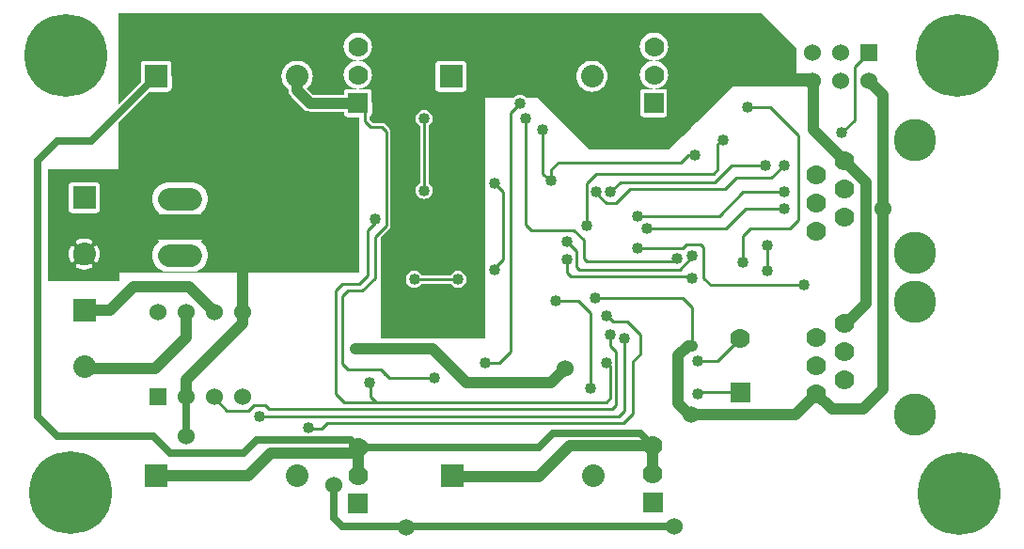
<source format=gbr>
G04 start of page 3 for group 1 idx 1 *
G04 Title: (unknown), solder *
G04 Creator: pcb 20110918 *
G04 CreationDate: Thu 28 Mar 2013 10:57:24 PM GMT UTC *
G04 For: railfan *
G04 Format: Gerber/RS-274X *
G04 PCB-Dimensions: 350000 190000 *
G04 PCB-Coordinate-Origin: lower left *
%MOIN*%
%FSLAX25Y25*%
%LNBOTTOM*%
%ADD56C,0.0450*%
%ADD55C,0.0380*%
%ADD54C,0.1280*%
%ADD53C,0.0300*%
%ADD52C,0.1285*%
%ADD51C,0.0390*%
%ADD50C,0.0280*%
%ADD49C,0.0480*%
%ADD48C,0.0350*%
%ADD47C,0.0200*%
%ADD46C,0.0787*%
%ADD45C,0.1500*%
%ADD44C,0.2937*%
%ADD43C,0.0700*%
%ADD42C,0.0600*%
%ADD41C,0.0800*%
%ADD40C,0.0250*%
%ADD39C,0.0100*%
%ADD38C,0.0400*%
%ADD37C,0.0001*%
G54D37*G36*
X128000Y187500D02*X147000D01*
Y179500D01*
X128000D01*
Y187500D01*
G37*
G36*
X236000Y160500D02*X234284D01*
Y179869D01*
X234287Y179870D01*
X234355Y179909D01*
X234416Y179958D01*
X234469Y180017D01*
X234511Y180083D01*
X234674Y180408D01*
X234803Y180748D01*
X234901Y181098D01*
X234967Y181456D01*
X235000Y181818D01*
Y182182D01*
X234967Y182544D01*
X234901Y182902D01*
X234803Y183252D01*
X234674Y183592D01*
X234515Y183919D01*
X234472Y183985D01*
X234419Y184044D01*
X234357Y184094D01*
X234288Y184133D01*
X234284Y184135D01*
Y187500D01*
X236000D01*
Y160500D01*
G37*
G36*
X234284D02*X230998D01*
Y178000D01*
X231182D01*
X231544Y178033D01*
X231902Y178099D01*
X232252Y178197D01*
X232592Y178326D01*
X232919Y178485D01*
X232985Y178528D01*
X233044Y178581D01*
X233094Y178643D01*
X233133Y178712D01*
X233161Y178786D01*
X233177Y178863D01*
X233181Y178942D01*
X233173Y179021D01*
X233152Y179097D01*
X233120Y179170D01*
X233077Y179236D01*
X233024Y179295D01*
X232962Y179344D01*
X232893Y179384D01*
X232819Y179412D01*
X232742Y179428D01*
X232663Y179432D01*
X232584Y179424D01*
X232507Y179403D01*
X232436Y179370D01*
X232193Y179247D01*
X231938Y179150D01*
X231676Y179077D01*
X231408Y179028D01*
X231136Y179003D01*
X230998D01*
Y184997D01*
X231136D01*
X231408Y184972D01*
X231676Y184923D01*
X231938Y184850D01*
X232193Y184753D01*
X232437Y184633D01*
X232509Y184600D01*
X232584Y184579D01*
X232663Y184571D01*
X232741Y184575D01*
X232818Y184591D01*
X232892Y184619D01*
X232960Y184658D01*
X233021Y184707D01*
X233074Y184766D01*
X233117Y184832D01*
X233149Y184904D01*
X233170Y184980D01*
X233178Y185058D01*
X233174Y185136D01*
X233158Y185213D01*
X233130Y185287D01*
X233091Y185355D01*
X233042Y185416D01*
X232983Y185469D01*
X232917Y185511D01*
X232592Y185674D01*
X232252Y185803D01*
X231902Y185901D01*
X231544Y185967D01*
X231182Y186000D01*
X230998D01*
Y187500D01*
X234284D01*
Y184135D01*
X234214Y184161D01*
X234137Y184177D01*
X234058Y184181D01*
X233979Y184173D01*
X233903Y184152D01*
X233830Y184120D01*
X233764Y184077D01*
X233705Y184024D01*
X233656Y183962D01*
X233616Y183893D01*
X233588Y183819D01*
X233572Y183742D01*
X233568Y183663D01*
X233576Y183584D01*
X233597Y183507D01*
X233630Y183436D01*
X233753Y183193D01*
X233850Y182938D01*
X233923Y182676D01*
X233972Y182408D01*
X233997Y182136D01*
Y181864D01*
X233972Y181592D01*
X233923Y181324D01*
X233850Y181062D01*
X233753Y180807D01*
X233633Y180563D01*
X233600Y180491D01*
X233579Y180416D01*
X233571Y180337D01*
X233575Y180259D01*
X233591Y180182D01*
X233619Y180108D01*
X233658Y180040D01*
X233707Y179979D01*
X233766Y179926D01*
X233832Y179883D01*
X233904Y179851D01*
X233980Y179830D01*
X234058Y179822D01*
X234136Y179826D01*
X234213Y179842D01*
X234284Y179869D01*
Y160500D01*
G37*
G36*
X230998Y179003D02*X230864D01*
X230592Y179028D01*
X230324Y179077D01*
X230062Y179150D01*
X229807Y179247D01*
X229563Y179367D01*
X229491Y179400D01*
X229415Y179421D01*
X229337Y179429D01*
X229259Y179425D01*
X229182Y179409D01*
X229108Y179381D01*
X229040Y179342D01*
X228979Y179293D01*
X228926Y179234D01*
X228883Y179168D01*
X228878Y179158D01*
X228546Y179546D01*
X228161Y179876D01*
X228170Y179880D01*
X228236Y179923D01*
X228295Y179976D01*
X228344Y180038D01*
X228384Y180107D01*
X228412Y180181D01*
X228428Y180258D01*
X228432Y180337D01*
X228424Y180416D01*
X228403Y180493D01*
X228370Y180564D01*
X228247Y180807D01*
X228150Y181062D01*
X228077Y181324D01*
X228028Y181592D01*
X228003Y181864D01*
Y182136D01*
X228028Y182408D01*
X228077Y182676D01*
X228150Y182938D01*
X228247Y183193D01*
X228367Y183437D01*
X228400Y183509D01*
X228421Y183585D01*
X228429Y183663D01*
X228425Y183741D01*
X228409Y183818D01*
X228381Y183892D01*
X228342Y183960D01*
X228293Y184021D01*
X228234Y184074D01*
X228168Y184117D01*
X228096Y184149D01*
X228020Y184170D01*
X227942Y184178D01*
X227864Y184174D01*
X227787Y184158D01*
X227713Y184130D01*
X227645Y184091D01*
X227584Y184042D01*
X227531Y183983D01*
X227489Y183917D01*
X227326Y183592D01*
X227197Y183252D01*
X227099Y182902D01*
X227033Y182544D01*
X227000Y182182D01*
Y181818D01*
X227033Y181456D01*
X227099Y181098D01*
X227197Y180748D01*
X227311Y180448D01*
X227277Y180469D01*
X226550Y180770D01*
X225785Y180954D01*
X225000Y181015D01*
X224215Y180954D01*
X223450Y180770D01*
X222723Y180469D01*
X222052Y180058D01*
X221454Y179546D01*
X220942Y178948D01*
X220531Y178277D01*
X220230Y177550D01*
X220046Y176785D01*
X219985Y176000D01*
X220046Y175215D01*
X220230Y174450D01*
X220531Y173723D01*
X220942Y173052D01*
X221454Y172454D01*
X222052Y171942D01*
X222723Y171531D01*
X223450Y171230D01*
X224215Y171046D01*
X224804Y171000D01*
X224215Y170954D01*
X223450Y170770D01*
X222723Y170469D01*
X222052Y170058D01*
X221454Y169546D01*
X220942Y168948D01*
X220531Y168277D01*
X220230Y167550D01*
X220046Y166785D01*
X219985Y166000D01*
X220046Y165215D01*
X220230Y164450D01*
X220531Y163723D01*
X220942Y163052D01*
X221454Y162454D01*
X222052Y161942D01*
X222723Y161531D01*
X223450Y161230D01*
X224215Y161046D01*
X224892Y160993D01*
X221265Y160986D01*
X221035Y160931D01*
X220817Y160841D01*
X220616Y160717D01*
X220436Y160564D01*
X220381Y160500D01*
X205301D01*
X205505Y160584D01*
X206243Y161037D01*
X206901Y161599D01*
X207463Y162257D01*
X207916Y162995D01*
X208247Y163795D01*
X208449Y164637D01*
X208500Y165500D01*
X208449Y166363D01*
X208247Y167205D01*
X207916Y168005D01*
X207463Y168743D01*
X206901Y169401D01*
X206243Y169963D01*
X205505Y170416D01*
X204705Y170747D01*
X203863Y170949D01*
X203000Y171017D01*
X202137Y170949D01*
X201295Y170747D01*
X200495Y170416D01*
X199757Y169963D01*
X199099Y169401D01*
X198537Y168743D01*
X198084Y168005D01*
X197753Y167205D01*
X197551Y166363D01*
X197483Y165500D01*
X197551Y164637D01*
X197753Y163795D01*
X198084Y162995D01*
X198537Y162257D01*
X199099Y161599D01*
X199757Y161037D01*
X200495Y160584D01*
X200699Y160500D01*
X158119D01*
X158217Y160616D01*
X158341Y160817D01*
X158431Y161035D01*
X158486Y161265D01*
X158500Y161500D01*
X158486Y169735D01*
X158431Y169965D01*
X158341Y170183D01*
X158217Y170384D01*
X158064Y170564D01*
X157884Y170717D01*
X157683Y170841D01*
X157465Y170931D01*
X157235Y170986D01*
X157000Y171000D01*
X148765Y170986D01*
X148535Y170931D01*
X148317Y170841D01*
X148116Y170717D01*
X147936Y170564D01*
X147783Y170384D01*
X147659Y170183D01*
X147569Y169965D01*
X147514Y169735D01*
X147500Y169500D01*
X147514Y161265D01*
X147569Y161035D01*
X147659Y160817D01*
X147783Y160616D01*
X147881Y160500D01*
X124619D01*
X124564Y160564D01*
X124384Y160717D01*
X124183Y160841D01*
X123965Y160931D01*
X123735Y160986D01*
X123500Y161000D01*
X120113Y160993D01*
X120785Y161046D01*
X121550Y161230D01*
X122277Y161531D01*
X122948Y161942D01*
X123546Y162454D01*
X124058Y163052D01*
X124469Y163723D01*
X124770Y164450D01*
X124954Y165215D01*
X125000Y166000D01*
X124954Y166785D01*
X124770Y167550D01*
X124469Y168277D01*
X124058Y168948D01*
X123546Y169546D01*
X122948Y170058D01*
X122277Y170469D01*
X121550Y170770D01*
X120785Y170954D01*
X120196Y171000D01*
X120785Y171046D01*
X121550Y171230D01*
X122277Y171531D01*
X122948Y171942D01*
X123546Y172454D01*
X124058Y173052D01*
X124469Y173723D01*
X124770Y174450D01*
X124954Y175215D01*
X125000Y176000D01*
X124954Y176785D01*
X124770Y177550D01*
X124469Y178277D01*
X124058Y178948D01*
X123546Y179546D01*
X122948Y180058D01*
X122277Y180469D01*
X121550Y180770D01*
X120785Y180954D01*
X120000Y181015D01*
X119215Y180954D01*
X118450Y180770D01*
X117723Y180469D01*
X117052Y180058D01*
X116454Y179546D01*
X115942Y178948D01*
X115531Y178277D01*
X115230Y177550D01*
X115046Y176785D01*
X114985Y176000D01*
X115046Y175215D01*
X115230Y174450D01*
X115531Y173723D01*
X115942Y173052D01*
X116454Y172454D01*
X117052Y171942D01*
X117723Y171531D01*
X118450Y171230D01*
X119215Y171046D01*
X119804Y171000D01*
X119215Y170954D01*
X118450Y170770D01*
X117723Y170469D01*
X117052Y170058D01*
X116454Y169546D01*
X115942Y168948D01*
X115531Y168277D01*
X115230Y167550D01*
X115046Y166785D01*
X114985Y166000D01*
X115046Y165215D01*
X115230Y164450D01*
X115531Y163723D01*
X115942Y163052D01*
X116454Y162454D01*
X117052Y161942D01*
X117723Y161531D01*
X118450Y161230D01*
X119215Y161046D01*
X119892Y160993D01*
X116265Y160986D01*
X116035Y160931D01*
X115817Y160841D01*
X115616Y160717D01*
X115436Y160564D01*
X115381Y160500D01*
X102743D01*
X101993Y161250D01*
X102401Y161599D01*
X102963Y162257D01*
X103416Y162995D01*
X103747Y163795D01*
X103949Y164637D01*
X104000Y165500D01*
X103949Y166363D01*
X103747Y167205D01*
X103416Y168005D01*
X102963Y168743D01*
X102401Y169401D01*
X101743Y169963D01*
X101005Y170416D01*
X100205Y170747D01*
X99363Y170949D01*
X98500Y171017D01*
X97637Y170949D01*
X96795Y170747D01*
X95995Y170416D01*
X95257Y169963D01*
X94599Y169401D01*
X94037Y168743D01*
X93584Y168005D01*
X93253Y167205D01*
X93051Y166363D01*
X92983Y165500D01*
X93051Y164637D01*
X93253Y163795D01*
X93584Y162995D01*
X94037Y162257D01*
X94599Y161599D01*
X95257Y161037D01*
X95500Y160888D01*
Y160618D01*
X95491Y160500D01*
Y160500D01*
X53619D01*
X53717Y160616D01*
X53841Y160817D01*
X53931Y161035D01*
X53986Y161265D01*
X54000Y161500D01*
X53986Y169735D01*
X53931Y169965D01*
X53841Y170183D01*
X53717Y170384D01*
X53564Y170564D01*
X53500Y170619D01*
Y187500D01*
X134556D01*
X134142Y187246D01*
X133663Y186837D01*
X133254Y186358D01*
X132925Y185822D01*
X132684Y185240D01*
X132537Y184628D01*
X132488Y184000D01*
X132537Y183372D01*
X132684Y182760D01*
X132925Y182178D01*
X133254Y181642D01*
X133663Y181163D01*
X134142Y180754D01*
X134678Y180425D01*
X135260Y180184D01*
X135872Y180037D01*
X136500Y179988D01*
X137128Y180037D01*
X137740Y180184D01*
X138322Y180425D01*
X138858Y180754D01*
X139337Y181163D01*
X139746Y181642D01*
X140075Y182178D01*
X140316Y182760D01*
X140463Y183372D01*
X140500Y184000D01*
X140463Y184628D01*
X140316Y185240D01*
X140075Y185822D01*
X139746Y186358D01*
X139337Y186837D01*
X138858Y187246D01*
X138444Y187500D01*
X230998D01*
Y186000D01*
X230818D01*
X230456Y185967D01*
X230098Y185901D01*
X229748Y185803D01*
X229408Y185674D01*
X229081Y185515D01*
X229015Y185472D01*
X228956Y185419D01*
X228906Y185357D01*
X228867Y185288D01*
X228839Y185214D01*
X228823Y185137D01*
X228819Y185058D01*
X228827Y184979D01*
X228848Y184903D01*
X228880Y184830D01*
X228923Y184764D01*
X228976Y184705D01*
X229038Y184656D01*
X229107Y184616D01*
X229181Y184588D01*
X229258Y184572D01*
X229337Y184568D01*
X229416Y184576D01*
X229493Y184597D01*
X229564Y184630D01*
X229807Y184753D01*
X230062Y184850D01*
X230324Y184923D01*
X230592Y184972D01*
X230864Y184997D01*
X230998D01*
Y179003D01*
G37*
G36*
Y160500D02*X229619D01*
X229564Y160564D01*
X229384Y160717D01*
X229183Y160841D01*
X228965Y160931D01*
X228735Y160986D01*
X228500Y161000D01*
X225113Y160993D01*
X225785Y161046D01*
X226550Y161230D01*
X227277Y161531D01*
X227948Y161942D01*
X228546Y162454D01*
X229058Y163052D01*
X229469Y163723D01*
X229770Y164450D01*
X229954Y165215D01*
X230000Y166000D01*
X229954Y166785D01*
X229770Y167550D01*
X229469Y168277D01*
X229058Y168948D01*
X228546Y169546D01*
X227948Y170058D01*
X227277Y170469D01*
X226550Y170770D01*
X225785Y170954D01*
X225196Y171000D01*
X225785Y171046D01*
X226550Y171230D01*
X227277Y171531D01*
X227948Y171942D01*
X228546Y172454D01*
X229058Y173052D01*
X229469Y173723D01*
X229770Y174450D01*
X229954Y175215D01*
X230000Y176000D01*
X229954Y176785D01*
X229770Y177550D01*
X229469Y178277D01*
X229448Y178311D01*
X229748Y178197D01*
X230098Y178099D01*
X230456Y178033D01*
X230818Y178000D01*
X230998D01*
Y160500D01*
G37*
G36*
X125500Y157000D02*X133500D01*
Y149000D01*
X125500D01*
Y157000D01*
G37*
G36*
X106500Y153000D02*X115000D01*
Y144000D01*
X106500D01*
Y153000D01*
G37*
G36*
X128000Y166500D02*X135000D01*
Y157500D01*
X128000D01*
Y166500D01*
G37*
G36*
X129343Y149000D02*X128559D01*
X128500Y149005D01*
X128441Y149000D01*
X125121D01*
X124000Y150121D01*
Y151084D01*
X124183Y151159D01*
X124384Y151283D01*
X124564Y151436D01*
X124717Y151616D01*
X124841Y151817D01*
X124931Y152035D01*
X124986Y152265D01*
X125000Y152500D01*
X124986Y159735D01*
X124931Y159965D01*
X124841Y160183D01*
X124717Y160384D01*
X124564Y160564D01*
X124384Y160717D01*
X124183Y160841D01*
X123965Y160931D01*
X123735Y160986D01*
X123500Y161000D01*
X122500Y160998D01*
Y161668D01*
X122948Y161942D01*
X123015Y162000D01*
X130000D01*
Y156973D01*
X129500Y157012D01*
X128872Y156963D01*
X128260Y156816D01*
X127678Y156575D01*
X127142Y156246D01*
X126663Y155837D01*
X126254Y155358D01*
X125925Y154822D01*
X125684Y154240D01*
X125537Y153628D01*
X125488Y153000D01*
X125537Y152372D01*
X125684Y151760D01*
X125925Y151178D01*
X126254Y150642D01*
X126663Y150163D01*
X127142Y149754D01*
X127678Y149425D01*
X128260Y149184D01*
X128872Y149037D01*
X129343Y149000D01*
G37*
G36*
X237000Y188000D02*Y186000D01*
X35000D01*
Y188000D01*
X237000D01*
G37*
G36*
X183500Y158000D02*Y161000D01*
X197500D01*
Y158000D01*
X208000D01*
Y160500D01*
X219500D01*
Y151000D01*
X241500D01*
X230000Y139500D01*
X202000D01*
X183500Y158000D01*
G37*
G36*
X231000Y176500D02*X230000D01*
Y178000D01*
X226000Y182000D01*
Y187000D01*
X232000D01*
Y176500D01*
X231000D01*
G37*
G36*
X217500Y161500D02*X222798D01*
X223450Y161230D01*
X224215Y161046D01*
X224892Y160993D01*
X221265Y160986D01*
X221035Y160931D01*
X220817Y160841D01*
X220616Y160717D01*
X220436Y160564D01*
X220283Y160384D01*
X220159Y160183D01*
X220069Y159965D01*
X220014Y159735D01*
X220000Y159500D01*
X220014Y152265D01*
X220069Y152035D01*
X220159Y151817D01*
X220283Y151616D01*
X220436Y151436D01*
X220616Y151283D01*
X220817Y151159D01*
X221035Y151069D01*
X221265Y151014D01*
X221500Y151000D01*
X228735Y151014D01*
X228965Y151069D01*
X229183Y151159D01*
X229384Y151283D01*
X229564Y151436D01*
X229717Y151616D01*
X229841Y151817D01*
X229931Y152035D01*
X229986Y152265D01*
X230000Y152500D01*
X229986Y159735D01*
X229931Y159965D01*
X229841Y160183D01*
X229717Y160384D01*
X229564Y160564D01*
X229384Y160717D01*
X229183Y160841D01*
X228965Y160931D01*
X228735Y160986D01*
X228500Y161000D01*
X225113Y160993D01*
X225785Y161046D01*
X226550Y161230D01*
X227202Y161500D01*
X233000D01*
Y149243D01*
X232757Y149000D01*
X228618D01*
X228500Y149009D01*
X228382Y149000D01*
X217500D01*
Y161500D01*
G37*
G36*
X37495Y132500D02*X45000D01*
Y111237D01*
X44769Y111435D01*
X44366Y111681D01*
X43930Y111862D01*
X43471Y111972D01*
X43000Y112009D01*
X42529Y111972D01*
X42070Y111862D01*
X41634Y111681D01*
X41231Y111435D01*
X40872Y111128D01*
X40565Y110769D01*
X40319Y110366D01*
X40138Y109930D01*
X40028Y109471D01*
X39991Y109000D01*
X40028Y108529D01*
X40138Y108070D01*
X40319Y107634D01*
X40565Y107231D01*
X40872Y106872D01*
X41231Y106565D01*
X41634Y106319D01*
X42070Y106138D01*
X42529Y106028D01*
X43000Y105991D01*
X43471Y106028D01*
X43930Y106138D01*
X44366Y106319D01*
X44769Y106565D01*
X45000Y106763D01*
Y96000D01*
X37495D01*
Y101491D01*
X37500Y101491D01*
X37971Y101528D01*
X38430Y101638D01*
X38866Y101819D01*
X39269Y102065D01*
X39628Y102372D01*
X39935Y102731D01*
X40181Y103134D01*
X40362Y103570D01*
X40472Y104029D01*
X40500Y104500D01*
X40472Y104971D01*
X40362Y105430D01*
X40181Y105866D01*
X39935Y106269D01*
X39628Y106628D01*
X39269Y106935D01*
X38866Y107181D01*
X38430Y107362D01*
X37971Y107472D01*
X37500Y107509D01*
X37495Y107509D01*
Y108491D01*
X37500Y108491D01*
X37971Y108528D01*
X38430Y108638D01*
X38866Y108819D01*
X39269Y109065D01*
X39628Y109372D01*
X39935Y109731D01*
X40181Y110134D01*
X40362Y110570D01*
X40472Y111029D01*
X40500Y111500D01*
X40472Y111971D01*
X40362Y112430D01*
X40181Y112866D01*
X39935Y113269D01*
X39628Y113628D01*
X39269Y113935D01*
X38866Y114181D01*
X38430Y114362D01*
X37971Y114472D01*
X37500Y114509D01*
X37495Y114509D01*
Y132500D01*
G37*
G36*
X27493D02*X37495D01*
Y114509D01*
X37029Y114472D01*
X36570Y114362D01*
X36134Y114181D01*
X35731Y113935D01*
X35372Y113628D01*
X35065Y113269D01*
X34819Y112866D01*
X34638Y112430D01*
X34528Y111971D01*
X34491Y111500D01*
X34528Y111029D01*
X34638Y110570D01*
X34819Y110134D01*
X35065Y109731D01*
X35372Y109372D01*
X35731Y109065D01*
X36134Y108819D01*
X36570Y108638D01*
X37029Y108528D01*
X37495Y108491D01*
Y107509D01*
X37029Y107472D01*
X36570Y107362D01*
X36134Y107181D01*
X35731Y106935D01*
X35372Y106628D01*
X35065Y106269D01*
X34819Y105866D01*
X34638Y105430D01*
X34528Y104971D01*
X34491Y104500D01*
X34528Y104029D01*
X34638Y103570D01*
X34819Y103134D01*
X35065Y102731D01*
X35372Y102372D01*
X35731Y102065D01*
X36134Y101819D01*
X36570Y101638D01*
X37029Y101528D01*
X37495Y101491D01*
Y96000D01*
X27493D01*
Y99645D01*
X27578Y99681D01*
X27679Y99743D01*
X27769Y99819D01*
X27845Y99909D01*
X27905Y100011D01*
X28122Y100480D01*
X28289Y100969D01*
X28409Y101472D01*
X28482Y101984D01*
X28506Y102500D01*
X28482Y103016D01*
X28409Y103528D01*
X28289Y104031D01*
X28122Y104520D01*
X27910Y104992D01*
X27849Y105093D01*
X27772Y105184D01*
X27682Y105261D01*
X27580Y105323D01*
X27493Y105360D01*
Y117080D01*
X27683Y117159D01*
X27884Y117283D01*
X28064Y117436D01*
X28217Y117616D01*
X28341Y117817D01*
X28431Y118035D01*
X28486Y118265D01*
X28500Y118500D01*
X28486Y126735D01*
X28431Y126965D01*
X28341Y127183D01*
X28217Y127384D01*
X28064Y127564D01*
X27884Y127717D01*
X27683Y127841D01*
X27493Y127920D01*
Y132500D01*
G37*
G36*
Y96000D02*X23000D01*
Y96994D01*
X23516Y97018D01*
X24028Y97091D01*
X24531Y97211D01*
X25020Y97378D01*
X25492Y97590D01*
X25593Y97651D01*
X25684Y97728D01*
X25761Y97818D01*
X25823Y97920D01*
X25869Y98029D01*
X25897Y98145D01*
X25906Y98263D01*
X25897Y98381D01*
X25870Y98497D01*
X25824Y98607D01*
X25762Y98708D01*
X25686Y98798D01*
X25595Y98876D01*
X25494Y98938D01*
X25385Y98984D01*
X25269Y99011D01*
X25151Y99021D01*
X25032Y99012D01*
X24917Y98984D01*
X24808Y98937D01*
X24468Y98779D01*
X24112Y98658D01*
X23747Y98570D01*
X23375Y98518D01*
X23000Y98500D01*
Y106500D01*
X23375Y106482D01*
X23747Y106430D01*
X24112Y106342D01*
X24468Y106221D01*
X24810Y106067D01*
X24918Y106020D01*
X25033Y105993D01*
X25151Y105983D01*
X25268Y105993D01*
X25383Y106021D01*
X25492Y106066D01*
X25593Y106128D01*
X25682Y106205D01*
X25759Y106295D01*
X25820Y106395D01*
X25865Y106504D01*
X25893Y106619D01*
X25902Y106737D01*
X25892Y106855D01*
X25865Y106969D01*
X25819Y107078D01*
X25757Y107179D01*
X25681Y107269D01*
X25591Y107345D01*
X25489Y107405D01*
X25020Y107622D01*
X24531Y107789D01*
X24028Y107909D01*
X23516Y107982D01*
X23000Y108006D01*
Y117007D01*
X27235Y117014D01*
X27465Y117069D01*
X27493Y117080D01*
Y105360D01*
X27471Y105369D01*
X27355Y105397D01*
X27237Y105406D01*
X27119Y105397D01*
X27003Y105370D01*
X26893Y105324D01*
X26792Y105262D01*
X26702Y105186D01*
X26624Y105095D01*
X26562Y104994D01*
X26516Y104885D01*
X26489Y104769D01*
X26479Y104651D01*
X26488Y104532D01*
X26516Y104417D01*
X26563Y104308D01*
X26721Y103968D01*
X26842Y103612D01*
X26930Y103247D01*
X26982Y102875D01*
X27000Y102500D01*
X26982Y102125D01*
X26930Y101753D01*
X26842Y101388D01*
X26721Y101032D01*
X26567Y100690D01*
X26520Y100582D01*
X26493Y100467D01*
X26483Y100349D01*
X26493Y100232D01*
X26521Y100117D01*
X26566Y100008D01*
X26628Y99907D01*
X26705Y99818D01*
X26795Y99741D01*
X26895Y99680D01*
X27004Y99635D01*
X27119Y99607D01*
X27237Y99598D01*
X27355Y99608D01*
X27469Y99635D01*
X27493Y99645D01*
Y96000D01*
G37*
G36*
X23000Y132500D02*X27493D01*
Y127920D01*
X27465Y127931D01*
X27235Y127986D01*
X27000Y128000D01*
X23000Y127993D01*
Y132500D01*
G37*
G36*
X18507Y117080D02*X18535Y117069D01*
X18765Y117014D01*
X19000Y117000D01*
X23000Y117007D01*
Y108006D01*
X23000D01*
X22484Y107982D01*
X21972Y107909D01*
X21469Y107789D01*
X20980Y107622D01*
X20508Y107410D01*
X20407Y107349D01*
X20316Y107272D01*
X20239Y107182D01*
X20177Y107080D01*
X20131Y106971D01*
X20103Y106855D01*
X20094Y106737D01*
X20103Y106619D01*
X20130Y106503D01*
X20176Y106393D01*
X20238Y106292D01*
X20314Y106202D01*
X20405Y106124D01*
X20506Y106062D01*
X20615Y106016D01*
X20731Y105989D01*
X20849Y105979D01*
X20968Y105988D01*
X21083Y106016D01*
X21192Y106063D01*
X21532Y106221D01*
X21888Y106342D01*
X22253Y106430D01*
X22625Y106482D01*
X23000Y106500D01*
Y98500D01*
X22625Y98518D01*
X22253Y98570D01*
X21888Y98658D01*
X21532Y98779D01*
X21190Y98933D01*
X21082Y98980D01*
X20967Y99007D01*
X20849Y99017D01*
X20732Y99007D01*
X20617Y98979D01*
X20508Y98934D01*
X20407Y98872D01*
X20318Y98795D01*
X20241Y98705D01*
X20180Y98605D01*
X20135Y98496D01*
X20107Y98381D01*
X20098Y98263D01*
X20108Y98145D01*
X20135Y98031D01*
X20181Y97922D01*
X20243Y97821D01*
X20319Y97731D01*
X20409Y97655D01*
X20511Y97595D01*
X20980Y97378D01*
X21469Y97211D01*
X21972Y97091D01*
X22484Y97018D01*
X23000Y96994D01*
X23000D01*
Y96000D01*
X18507D01*
Y99640D01*
X18529Y99631D01*
X18645Y99603D01*
X18763Y99594D01*
X18881Y99603D01*
X18997Y99630D01*
X19107Y99676D01*
X19208Y99738D01*
X19298Y99814D01*
X19376Y99905D01*
X19438Y100006D01*
X19484Y100115D01*
X19511Y100231D01*
X19521Y100349D01*
X19512Y100468D01*
X19484Y100583D01*
X19437Y100692D01*
X19279Y101032D01*
X19158Y101388D01*
X19070Y101753D01*
X19018Y102125D01*
X19000Y102500D01*
X19018Y102875D01*
X19070Y103247D01*
X19158Y103612D01*
X19279Y103968D01*
X19433Y104310D01*
X19480Y104418D01*
X19507Y104533D01*
X19517Y104651D01*
X19507Y104768D01*
X19479Y104883D01*
X19434Y104992D01*
X19372Y105093D01*
X19295Y105182D01*
X19205Y105259D01*
X19105Y105320D01*
X18996Y105365D01*
X18881Y105393D01*
X18763Y105402D01*
X18645Y105392D01*
X18531Y105365D01*
X18507Y105355D01*
Y117080D01*
G37*
G36*
Y132500D02*X23000D01*
Y127993D01*
X18765Y127986D01*
X18535Y127931D01*
X18507Y127920D01*
Y132500D01*
G37*
G36*
X10000D02*X18507D01*
Y127920D01*
X18317Y127841D01*
X18116Y127717D01*
X17936Y127564D01*
X17783Y127384D01*
X17659Y127183D01*
X17569Y126965D01*
X17514Y126735D01*
X17500Y126500D01*
X17514Y118265D01*
X17569Y118035D01*
X17659Y117817D01*
X17783Y117616D01*
X17936Y117436D01*
X18116Y117283D01*
X18317Y117159D01*
X18507Y117080D01*
Y105355D01*
X18422Y105319D01*
X18321Y105257D01*
X18231Y105181D01*
X18155Y105091D01*
X18095Y104989D01*
X17878Y104520D01*
X17711Y104031D01*
X17591Y103528D01*
X17518Y103016D01*
X17494Y102500D01*
X17518Y101984D01*
X17591Y101472D01*
X17711Y100969D01*
X17878Y100480D01*
X18090Y100008D01*
X18151Y99907D01*
X18228Y99816D01*
X18318Y99739D01*
X18420Y99677D01*
X18507Y99640D01*
Y96000D01*
X10000D01*
Y132500D01*
G37*
G36*
Y97500D02*X20717D01*
X20980Y97378D01*
X21469Y97211D01*
X21972Y97091D01*
X22484Y97018D01*
X23000Y96994D01*
X23516Y97018D01*
X24028Y97091D01*
X24531Y97211D01*
X25020Y97378D01*
X25292Y97500D01*
X35500D01*
Y93000D01*
X10000D01*
Y97500D01*
G37*
G36*
X42995Y115000D02*X46500D01*
Y100500D01*
X42995D01*
Y105991D01*
X43000Y105991D01*
X43471Y106028D01*
X43930Y106138D01*
X44366Y106319D01*
X44769Y106565D01*
X45128Y106872D01*
X45435Y107231D01*
X45681Y107634D01*
X45862Y108070D01*
X45972Y108529D01*
X46000Y109000D01*
X45972Y109471D01*
X45862Y109930D01*
X45681Y110366D01*
X45435Y110769D01*
X45128Y111128D01*
X44769Y111435D01*
X44366Y111681D01*
X43930Y111862D01*
X43471Y111972D01*
X43000Y112009D01*
X42995Y112009D01*
Y115000D01*
G37*
G36*
X37495D02*X42995D01*
Y112009D01*
X42529Y111972D01*
X42070Y111862D01*
X41634Y111681D01*
X41231Y111435D01*
X40872Y111128D01*
X40565Y110769D01*
X40319Y110366D01*
X40138Y109930D01*
X40028Y109471D01*
X39991Y109000D01*
X40028Y108529D01*
X40138Y108070D01*
X40319Y107634D01*
X40565Y107231D01*
X40872Y106872D01*
X41231Y106565D01*
X41634Y106319D01*
X42070Y106138D01*
X42529Y106028D01*
X42995Y105991D01*
Y100500D01*
X37495D01*
Y101491D01*
X37500Y101491D01*
X37971Y101528D01*
X38430Y101638D01*
X38866Y101819D01*
X39269Y102065D01*
X39628Y102372D01*
X39935Y102731D01*
X40181Y103134D01*
X40362Y103570D01*
X40472Y104029D01*
X40500Y104500D01*
X40472Y104971D01*
X40362Y105430D01*
X40181Y105866D01*
X39935Y106269D01*
X39628Y106628D01*
X39269Y106935D01*
X38866Y107181D01*
X38430Y107362D01*
X37971Y107472D01*
X37500Y107509D01*
X37495Y107509D01*
Y108491D01*
X37500Y108491D01*
X37971Y108528D01*
X38430Y108638D01*
X38866Y108819D01*
X39269Y109065D01*
X39628Y109372D01*
X39935Y109731D01*
X40181Y110134D01*
X40362Y110570D01*
X40472Y111029D01*
X40500Y111500D01*
X40472Y111971D01*
X40362Y112430D01*
X40181Y112866D01*
X39935Y113269D01*
X39628Y113628D01*
X39269Y113935D01*
X38866Y114181D01*
X38430Y114362D01*
X37971Y114472D01*
X37500Y114509D01*
X37495Y114509D01*
Y115000D01*
G37*
G36*
X33500D02*X37495D01*
Y114509D01*
X37029Y114472D01*
X36570Y114362D01*
X36134Y114181D01*
X35731Y113935D01*
X35372Y113628D01*
X35065Y113269D01*
X34819Y112866D01*
X34638Y112430D01*
X34528Y111971D01*
X34491Y111500D01*
X34528Y111029D01*
X34638Y110570D01*
X34819Y110134D01*
X35065Y109731D01*
X35372Y109372D01*
X35731Y109065D01*
X36134Y108819D01*
X36570Y108638D01*
X37029Y108528D01*
X37495Y108491D01*
Y107509D01*
X37029Y107472D01*
X36570Y107362D01*
X36134Y107181D01*
X35731Y106935D01*
X35372Y106628D01*
X35065Y106269D01*
X34819Y105866D01*
X34638Y105430D01*
X34528Y104971D01*
X34491Y104500D01*
X34528Y104029D01*
X34638Y103570D01*
X34819Y103134D01*
X35065Y102731D01*
X35372Y102372D01*
X35731Y102065D01*
X36134Y101819D01*
X36570Y101638D01*
X37029Y101528D01*
X37495Y101491D01*
Y100500D01*
X33500D01*
Y115000D01*
G37*
G36*
X33000Y114500D02*X46000D01*
Y101500D01*
X33000D01*
Y114500D01*
G37*
G36*
X236000Y160500D02*Y188000D01*
X241500D01*
Y160500D01*
X236000D01*
G37*
G36*
X229500Y161500D02*X238000D01*
Y148000D01*
X229500D01*
Y161500D01*
G37*
G36*
X283500Y162000D02*X241500D01*
Y188000D01*
X263000D01*
X275500Y175500D01*
Y166500D01*
X280000D01*
X283500Y163000D01*
Y162000D01*
G37*
G36*
X131500D02*X147513D01*
X147514Y161265D01*
X147569Y161035D01*
X147659Y160817D01*
X147783Y160616D01*
X147936Y160436D01*
X148116Y160283D01*
X148317Y160159D01*
X148535Y160069D01*
X148765Y160014D01*
X149000Y160000D01*
X157235Y160014D01*
X157465Y160069D01*
X157683Y160159D01*
X157884Y160283D01*
X158064Y160436D01*
X158217Y160616D01*
X158341Y160817D01*
X158431Y161035D01*
X158486Y161265D01*
X158500Y161500D01*
X158499Y162000D01*
X198756D01*
X199099Y161599D01*
X199757Y161037D01*
X200495Y160584D01*
X201295Y160253D01*
X202137Y160051D01*
X203000Y159983D01*
X203863Y160051D01*
X204705Y160253D01*
X205505Y160584D01*
X206243Y161037D01*
X206901Y161599D01*
X207244Y162000D01*
X219500D01*
Y158000D01*
X179737D01*
X179628Y158128D01*
X179269Y158435D01*
X178866Y158681D01*
X178430Y158862D01*
X177971Y158972D01*
X177500Y159009D01*
X177029Y158972D01*
X176570Y158862D01*
X176134Y158681D01*
X175731Y158435D01*
X175372Y158128D01*
X175263Y158000D01*
X131500D01*
Y162000D01*
G37*
G36*
X231000Y188000D02*X236000D01*
Y175000D01*
X231000D01*
Y188000D01*
G37*
G36*
X240000Y149000D02*Y165500D01*
X256500D01*
X240000Y149000D01*
G37*
G36*
X113000Y119500D02*X120500D01*
Y112000D01*
X113000D01*
Y119500D01*
G37*
G36*
X128000Y98500D02*X137000D01*
Y86500D01*
X128000D01*
Y98500D01*
G37*
G36*
X150500Y72500D02*X141500D01*
Y80500D01*
X150500D01*
Y72500D01*
G37*
G36*
X128000Y89500D02*X150500D01*
Y72500D01*
X128000D01*
Y89500D01*
G37*
G36*
X147745Y160000D02*X165000D01*
Y72500D01*
X147944D01*
X148358Y72754D01*
X148837Y73163D01*
X149246Y73642D01*
X149575Y74178D01*
X149816Y74760D01*
X149963Y75372D01*
X150000Y76000D01*
X149963Y76628D01*
X149816Y77240D01*
X149575Y77822D01*
X149246Y78358D01*
X148837Y78837D01*
X148358Y79246D01*
X147822Y79575D01*
X147745Y79607D01*
Y92000D01*
X152901D01*
X153065Y91731D01*
X153372Y91372D01*
X153731Y91065D01*
X154134Y90819D01*
X154570Y90638D01*
X155029Y90528D01*
X155500Y90491D01*
X155971Y90528D01*
X156430Y90638D01*
X156866Y90819D01*
X157269Y91065D01*
X157628Y91372D01*
X157935Y91731D01*
X158181Y92134D01*
X158362Y92570D01*
X158472Y93029D01*
X158500Y93500D01*
X158472Y93971D01*
X158362Y94430D01*
X158181Y94866D01*
X157935Y95269D01*
X157628Y95628D01*
X157269Y95935D01*
X156866Y96181D01*
X156430Y96362D01*
X155971Y96472D01*
X155500Y96509D01*
X155029Y96472D01*
X154570Y96362D01*
X154134Y96181D01*
X153731Y95935D01*
X153372Y95628D01*
X153065Y95269D01*
X152901Y95000D01*
X147745D01*
Y160000D01*
G37*
G36*
X143495Y92000D02*X147745D01*
Y79607D01*
X147240Y79816D01*
X146628Y79963D01*
X146000Y80012D01*
X145372Y79963D01*
X144760Y79816D01*
X144178Y79575D01*
X143642Y79246D01*
X143495Y79121D01*
Y92000D01*
G37*
G36*
Y160000D02*X147745D01*
Y95000D01*
X143495D01*
Y121991D01*
X143500Y121991D01*
X143971Y122028D01*
X144430Y122138D01*
X144866Y122319D01*
X145269Y122565D01*
X145628Y122872D01*
X145935Y123231D01*
X146181Y123634D01*
X146362Y124070D01*
X146472Y124529D01*
X146500Y125000D01*
X146472Y125471D01*
X146362Y125930D01*
X146181Y126366D01*
X145935Y126769D01*
X145628Y127128D01*
X145269Y127435D01*
X145000Y127599D01*
Y147901D01*
X145269Y148065D01*
X145628Y148372D01*
X145935Y148731D01*
X146181Y149134D01*
X146362Y149570D01*
X146472Y150029D01*
X146500Y150500D01*
X146472Y150971D01*
X146362Y151430D01*
X146181Y151866D01*
X145935Y152269D01*
X145628Y152628D01*
X145269Y152935D01*
X144866Y153181D01*
X144430Y153362D01*
X143971Y153472D01*
X143500Y153509D01*
X143495Y153509D01*
Y160000D01*
G37*
G36*
Y72879D02*X143642Y72754D01*
X144056Y72500D01*
X143495D01*
Y72879D01*
G37*
G36*
X140243Y79000D02*X135500Y83743D01*
Y90854D01*
X135746Y91142D01*
X136075Y91678D01*
X136316Y92260D01*
X136463Y92872D01*
X136500Y93500D01*
X136463Y94128D01*
X136316Y94740D01*
X136075Y95322D01*
X135746Y95858D01*
X135337Y96337D01*
X134858Y96746D01*
X134322Y97075D01*
X133740Y97316D01*
X133128Y97463D01*
X132500Y97512D01*
X131872Y97463D01*
X131260Y97316D01*
X130678Y97075D01*
X130142Y96746D01*
X129663Y96337D01*
X129254Y95858D01*
X128925Y95322D01*
X128684Y94740D01*
X128537Y94128D01*
X128488Y93500D01*
X128537Y92872D01*
X128684Y92260D01*
X128925Y91678D01*
X129254Y91142D01*
X129500Y90854D01*
Y82618D01*
X129491Y82500D01*
X129528Y82029D01*
Y82029D01*
X129549Y81940D01*
X129638Y81570D01*
X129819Y81134D01*
X130065Y80731D01*
X130065Y80731D01*
X130372Y80372D01*
X130462Y80296D01*
X136796Y73962D01*
X136872Y73872D01*
X137231Y73565D01*
X137231Y73565D01*
X137634Y73319D01*
X138070Y73138D01*
X138440Y73049D01*
X138529Y73028D01*
X138529D01*
X139000Y72991D01*
X139118Y73000D01*
X143354D01*
X143495Y72879D01*
Y72500D01*
X128000D01*
Y108379D01*
X131019Y111398D01*
X131064Y111436D01*
X131217Y111615D01*
X131217Y111616D01*
X131341Y111817D01*
X131431Y112035D01*
X131486Y112265D01*
X131505Y112500D01*
X131500Y112559D01*
Y145941D01*
X131505Y146000D01*
X131486Y146235D01*
X131431Y146465D01*
X131341Y146683D01*
X131217Y146884D01*
X131064Y147064D01*
X131019Y147102D01*
X129602Y148519D01*
X129564Y148564D01*
X129384Y148717D01*
X129183Y148841D01*
X128965Y148931D01*
X128735Y148986D01*
X128500Y149005D01*
X128441Y149000D01*
X128000D01*
Y149292D01*
X128260Y149184D01*
X128872Y149037D01*
X129500Y148988D01*
X130128Y149037D01*
X130740Y149184D01*
X131322Y149425D01*
X131858Y149754D01*
X132337Y150163D01*
X132746Y150642D01*
X133075Y151178D01*
X133316Y151760D01*
X133463Y152372D01*
X133500Y153000D01*
X133463Y153628D01*
X133316Y154240D01*
X133075Y154822D01*
X132746Y155358D01*
X132337Y155837D01*
X131858Y156246D01*
X131322Y156575D01*
X130740Y156816D01*
X130128Y156963D01*
X129500Y157012D01*
X128872Y156963D01*
X128260Y156816D01*
X128000Y156708D01*
Y160000D01*
X143495D01*
Y153509D01*
X143029Y153472D01*
X142570Y153362D01*
X142134Y153181D01*
X141731Y152935D01*
X141372Y152628D01*
X141065Y152269D01*
X140819Y151866D01*
X140638Y151430D01*
X140528Y150971D01*
X140491Y150500D01*
X140528Y150029D01*
X140638Y149570D01*
X140819Y149134D01*
X141065Y148731D01*
X141372Y148372D01*
X141731Y148065D01*
X142000Y147901D01*
Y127599D01*
X141731Y127435D01*
X141372Y127128D01*
X141065Y126769D01*
X140819Y126366D01*
X140638Y125930D01*
X140528Y125471D01*
X140491Y125000D01*
X140528Y124529D01*
X140638Y124070D01*
X140819Y123634D01*
X141065Y123231D01*
X141372Y122872D01*
X141731Y122565D01*
X142134Y122319D01*
X142570Y122138D01*
X143029Y122028D01*
X143495Y121991D01*
Y95000D01*
X142599D01*
X142435Y95269D01*
X142128Y95628D01*
X141769Y95935D01*
X141366Y96181D01*
X140930Y96362D01*
X140471Y96472D01*
X140000Y96509D01*
X139529Y96472D01*
X139070Y96362D01*
X138634Y96181D01*
X138231Y95935D01*
X137872Y95628D01*
X137565Y95269D01*
X137319Y94866D01*
X137138Y94430D01*
X137028Y93971D01*
X136991Y93500D01*
X137028Y93029D01*
X137138Y92570D01*
X137319Y92134D01*
X137565Y91731D01*
X137872Y91372D01*
X138231Y91065D01*
X138634Y90819D01*
X139070Y90638D01*
X139529Y90528D01*
X140000Y90491D01*
X140471Y90528D01*
X140930Y90638D01*
X141366Y90819D01*
X141769Y91065D01*
X142128Y91372D01*
X142435Y91731D01*
X142599Y92000D01*
X143495D01*
Y79121D01*
X143354Y79000D01*
X140243D01*
G37*
G36*
X111745Y187500D02*X120500D01*
Y180976D01*
X120000Y181015D01*
X119215Y180954D01*
X118450Y180770D01*
X117723Y180469D01*
X117052Y180058D01*
X116454Y179546D01*
X115942Y178948D01*
X115531Y178277D01*
X115230Y177550D01*
X115046Y176785D01*
X114985Y176000D01*
X115046Y175215D01*
X115230Y174450D01*
X115531Y173723D01*
X115942Y173052D01*
X116454Y172454D01*
X117052Y171942D01*
X117723Y171531D01*
X118450Y171230D01*
X119215Y171046D01*
X119804Y171000D01*
X119215Y170954D01*
X118450Y170770D01*
X117723Y170469D01*
X117052Y170058D01*
X116454Y169546D01*
X115942Y168948D01*
X115531Y168277D01*
X115230Y167550D01*
X115046Y166785D01*
X114985Y166000D01*
X115046Y165215D01*
X115230Y164450D01*
X115531Y163723D01*
X115942Y163052D01*
X116454Y162454D01*
X117052Y161942D01*
X117723Y161531D01*
X118450Y161230D01*
X119215Y161046D01*
X119892Y160993D01*
X116265Y160986D01*
X116035Y160931D01*
X115817Y160841D01*
X115616Y160717D01*
X115436Y160564D01*
X115283Y160384D01*
X115159Y160183D01*
X115069Y159965D01*
X115014Y159735D01*
X115000Y159500D01*
X115001Y159000D01*
X111745D01*
Y187500D01*
G37*
G36*
X120500Y96000D02*X111745Y105369D01*
Y112511D01*
X112000Y112491D01*
X112471Y112528D01*
X112930Y112638D01*
X113366Y112819D01*
X113769Y113065D01*
X114128Y113372D01*
X114435Y113731D01*
X114500Y113838D01*
X114565Y113731D01*
X114872Y113372D01*
X115231Y113065D01*
X115634Y112819D01*
X116070Y112638D01*
X116529Y112528D01*
X117000Y112491D01*
X117471Y112528D01*
X117930Y112638D01*
X118366Y112819D01*
X118769Y113065D01*
X119128Y113372D01*
X119435Y113731D01*
X119681Y114134D01*
X119862Y114570D01*
X119972Y115029D01*
X120000Y115500D01*
X119972Y115971D01*
X119862Y116430D01*
X119681Y116866D01*
X119435Y117269D01*
X119128Y117628D01*
X118769Y117935D01*
X118366Y118181D01*
X117930Y118362D01*
X117471Y118472D01*
X117000Y118509D01*
X116529Y118472D01*
X116070Y118362D01*
X115634Y118181D01*
X115231Y117935D01*
X114872Y117628D01*
X114565Y117269D01*
X114500Y117162D01*
X114435Y117269D01*
X114128Y117628D01*
X113769Y117935D01*
X113366Y118181D01*
X112930Y118362D01*
X112471Y118472D01*
X112000Y118509D01*
X111745Y118489D01*
Y145065D01*
X112240Y145184D01*
X112822Y145425D01*
X113358Y145754D01*
X113837Y146163D01*
X114246Y146642D01*
X114575Y147178D01*
X114816Y147760D01*
X114963Y148372D01*
X115000Y149000D01*
X114963Y149628D01*
X114816Y150240D01*
X114575Y150822D01*
X114246Y151358D01*
X113837Y151837D01*
X113358Y152246D01*
X112822Y152575D01*
X112240Y152816D01*
X111745Y152935D01*
Y153000D01*
X115012D01*
X115014Y152265D01*
X115069Y152035D01*
X115159Y151817D01*
X115283Y151616D01*
X115436Y151436D01*
X115616Y151283D01*
X115817Y151159D01*
X116035Y151069D01*
X116265Y151014D01*
X116500Y151000D01*
X120500Y151008D01*
Y96000D01*
G37*
G36*
X111745Y152935D02*X111628Y152963D01*
X111157Y153000D01*
X111745D01*
Y152935D01*
G37*
G36*
Y105369D02*X53990Y167177D01*
X53986Y169735D01*
X53931Y169965D01*
X53841Y170183D01*
X53717Y170384D01*
X53564Y170564D01*
X53384Y170717D01*
X53183Y170841D01*
X52965Y170931D01*
X52735Y170986D01*
X52500Y171000D01*
X50421Y170996D01*
X35000Y187500D01*
X111745D01*
Y159000D01*
X104243D01*
X101993Y161250D01*
X102401Y161599D01*
X102963Y162257D01*
X103416Y162995D01*
X103747Y163795D01*
X103949Y164637D01*
X104000Y165500D01*
X103949Y166363D01*
X103747Y167205D01*
X103416Y168005D01*
X102963Y168743D01*
X102401Y169401D01*
X101743Y169963D01*
X101005Y170416D01*
X100205Y170747D01*
X99363Y170949D01*
X98500Y171017D01*
X97637Y170949D01*
X96795Y170747D01*
X95995Y170416D01*
X95257Y169963D01*
X94599Y169401D01*
X94037Y168743D01*
X93584Y168005D01*
X93253Y167205D01*
X93051Y166363D01*
X92983Y165500D01*
X93051Y164637D01*
X93253Y163795D01*
X93584Y162995D01*
X94037Y162257D01*
X94599Y161599D01*
X95257Y161037D01*
X95500Y160888D01*
Y160618D01*
X95491Y160500D01*
X95528Y160029D01*
Y160029D01*
X95549Y159940D01*
X95638Y159570D01*
X95819Y159134D01*
X96065Y158731D01*
X96065Y158731D01*
X96372Y158372D01*
X96462Y158296D01*
X100796Y153962D01*
X100872Y153872D01*
X101231Y153566D01*
X101231Y153565D01*
X101634Y153319D01*
X102070Y153138D01*
X102529Y153028D01*
X103000Y152991D01*
X103118Y153000D01*
X110843D01*
X110372Y152963D01*
X109760Y152816D01*
X109178Y152575D01*
X108642Y152246D01*
X108163Y151837D01*
X107754Y151358D01*
X107425Y150822D01*
X107184Y150240D01*
X107037Y149628D01*
X106988Y149000D01*
X107037Y148372D01*
X107184Y147760D01*
X107425Y147178D01*
X107754Y146642D01*
X108163Y146163D01*
X108642Y145754D01*
X109178Y145425D01*
X109760Y145184D01*
X110372Y145037D01*
X111000Y144988D01*
X111628Y145037D01*
X111745Y145065D01*
Y118489D01*
X111529Y118472D01*
X111070Y118362D01*
X110634Y118181D01*
X110231Y117935D01*
X109872Y117628D01*
X109565Y117269D01*
X109319Y116866D01*
X109250Y116700D01*
X109181Y116866D01*
X108935Y117269D01*
X108628Y117628D01*
X108269Y117935D01*
X107866Y118181D01*
X107430Y118362D01*
X106971Y118472D01*
X106500Y118509D01*
X106029Y118472D01*
X105570Y118362D01*
X105134Y118181D01*
X104731Y117935D01*
X104372Y117628D01*
X104065Y117269D01*
X103819Y116866D01*
X103638Y116430D01*
X103528Y115971D01*
X103491Y115500D01*
X103528Y115029D01*
X103638Y114570D01*
X103819Y114134D01*
X104065Y113731D01*
X104372Y113372D01*
X104731Y113065D01*
X105134Y112819D01*
X105570Y112638D01*
X106029Y112528D01*
X106500Y112491D01*
X106971Y112528D01*
X107430Y112638D01*
X107866Y112819D01*
X108269Y113065D01*
X108628Y113372D01*
X108935Y113731D01*
X109181Y114134D01*
X109250Y114300D01*
X109319Y114134D01*
X109565Y113731D01*
X109872Y113372D01*
X110231Y113065D01*
X110634Y112819D01*
X111070Y112638D01*
X111529Y112528D01*
X111745Y112511D01*
Y105369D01*
G37*
G36*
Y145065D02*X112240Y145184D01*
X112822Y145425D01*
X113358Y145754D01*
X113837Y146163D01*
X114246Y146642D01*
X114575Y147178D01*
X114816Y147760D01*
X114963Y148372D01*
X115000Y149000D01*
X114963Y149628D01*
X114816Y150240D01*
X114575Y150822D01*
X114246Y151358D01*
X113837Y151837D01*
X113358Y152246D01*
X112822Y152575D01*
X112240Y152816D01*
X111745Y152935D01*
Y153000D01*
X115012D01*
X115014Y152265D01*
X115069Y152035D01*
X115159Y151817D01*
X115283Y151616D01*
X115436Y151436D01*
X115616Y151283D01*
X115817Y151159D01*
X116035Y151069D01*
X116265Y151014D01*
X116500Y151000D01*
X120500Y151008D01*
Y96000D01*
X111745D01*
Y112511D01*
X112000Y112491D01*
X112471Y112528D01*
X112930Y112638D01*
X113366Y112819D01*
X113769Y113065D01*
X114128Y113372D01*
X114435Y113731D01*
X114500Y113838D01*
X114565Y113731D01*
X114872Y113372D01*
X115231Y113065D01*
X115634Y112819D01*
X116070Y112638D01*
X116529Y112528D01*
X117000Y112491D01*
X117471Y112528D01*
X117930Y112638D01*
X118366Y112819D01*
X118769Y113065D01*
X119128Y113372D01*
X119435Y113731D01*
X119681Y114134D01*
X119862Y114570D01*
X119972Y115029D01*
X120000Y115500D01*
X119972Y115971D01*
X119862Y116430D01*
X119681Y116866D01*
X119435Y117269D01*
X119128Y117628D01*
X118769Y117935D01*
X118366Y118181D01*
X117930Y118362D01*
X117471Y118472D01*
X117000Y118509D01*
X116529Y118472D01*
X116070Y118362D01*
X115634Y118181D01*
X115231Y117935D01*
X114872Y117628D01*
X114565Y117269D01*
X114500Y117162D01*
X114435Y117269D01*
X114128Y117628D01*
X113769Y117935D01*
X113366Y118181D01*
X112930Y118362D01*
X112471Y118472D01*
X112000Y118509D01*
X111745Y118489D01*
Y145065D01*
G37*
G36*
Y188000D02*X120500D01*
Y180976D01*
X120000Y181015D01*
X119215Y180954D01*
X118450Y180770D01*
X117723Y180469D01*
X117052Y180058D01*
X116454Y179546D01*
X115942Y178948D01*
X115531Y178277D01*
X115230Y177550D01*
X115046Y176785D01*
X114985Y176000D01*
X115046Y175215D01*
X115230Y174450D01*
X115531Y173723D01*
X115942Y173052D01*
X116454Y172454D01*
X117052Y171942D01*
X117723Y171531D01*
X118450Y171230D01*
X119215Y171046D01*
X119804Y171000D01*
X119215Y170954D01*
X118450Y170770D01*
X117723Y170469D01*
X117052Y170058D01*
X116454Y169546D01*
X115942Y168948D01*
X115531Y168277D01*
X115230Y167550D01*
X115046Y166785D01*
X114985Y166000D01*
X115046Y165215D01*
X115230Y164450D01*
X115531Y163723D01*
X115942Y163052D01*
X116454Y162454D01*
X117052Y161942D01*
X117723Y161531D01*
X118450Y161230D01*
X119215Y161046D01*
X119892Y160993D01*
X116265Y160986D01*
X116035Y160931D01*
X115817Y160841D01*
X115616Y160717D01*
X115436Y160564D01*
X115283Y160384D01*
X115159Y160183D01*
X115069Y159965D01*
X115014Y159735D01*
X115000Y159500D01*
X115001Y159000D01*
X111745D01*
Y188000D01*
G37*
G36*
Y152935D02*X111628Y152963D01*
X111157Y153000D01*
X111745D01*
Y152935D01*
G37*
G36*
X83995Y188000D02*X111745D01*
Y159000D01*
X104243D01*
X101993Y161250D01*
X102401Y161599D01*
X102963Y162257D01*
X103416Y162995D01*
X103747Y163795D01*
X103949Y164637D01*
X104000Y165500D01*
X103949Y166363D01*
X103747Y167205D01*
X103416Y168005D01*
X102963Y168743D01*
X102401Y169401D01*
X101743Y169963D01*
X101005Y170416D01*
X100205Y170747D01*
X99363Y170949D01*
X98500Y171017D01*
X97637Y170949D01*
X96795Y170747D01*
X95995Y170416D01*
X95257Y169963D01*
X94599Y169401D01*
X94037Y168743D01*
X93584Y168005D01*
X93253Y167205D01*
X93051Y166363D01*
X92983Y165500D01*
X93051Y164637D01*
X93253Y163795D01*
X93584Y162995D01*
X94037Y162257D01*
X94599Y161599D01*
X95257Y161037D01*
X95500Y160888D01*
Y160618D01*
X95491Y160500D01*
X95528Y160029D01*
Y160029D01*
X95549Y159940D01*
X95638Y159570D01*
X95819Y159134D01*
X96065Y158731D01*
X96065Y158731D01*
X96372Y158372D01*
X96462Y158296D01*
X100796Y153962D01*
X100872Y153872D01*
X101231Y153566D01*
X101231Y153565D01*
X101634Y153319D01*
X102070Y153138D01*
X102529Y153028D01*
X103000Y152991D01*
X103118Y153000D01*
X110843D01*
X110372Y152963D01*
X109760Y152816D01*
X109178Y152575D01*
X108642Y152246D01*
X108163Y151837D01*
X107754Y151358D01*
X107425Y150822D01*
X107184Y150240D01*
X107037Y149628D01*
X106988Y149000D01*
X107037Y148372D01*
X107184Y147760D01*
X107425Y147178D01*
X107754Y146642D01*
X108163Y146163D01*
X108642Y145754D01*
X109178Y145425D01*
X109760Y145184D01*
X110372Y145037D01*
X111000Y144988D01*
X111628Y145037D01*
X111745Y145065D01*
Y118489D01*
X111529Y118472D01*
X111070Y118362D01*
X110634Y118181D01*
X110231Y117935D01*
X109872Y117628D01*
X109565Y117269D01*
X109319Y116866D01*
X109250Y116700D01*
X109181Y116866D01*
X108935Y117269D01*
X108628Y117628D01*
X108269Y117935D01*
X107866Y118181D01*
X107430Y118362D01*
X106971Y118472D01*
X106500Y118509D01*
X106029Y118472D01*
X105570Y118362D01*
X105134Y118181D01*
X104731Y117935D01*
X104372Y117628D01*
X104065Y117269D01*
X103819Y116866D01*
X103638Y116430D01*
X103528Y115971D01*
X103491Y115500D01*
X103528Y115029D01*
X103638Y114570D01*
X103819Y114134D01*
X104065Y113731D01*
X104372Y113372D01*
X104731Y113065D01*
X105134Y112819D01*
X105570Y112638D01*
X106029Y112528D01*
X106500Y112491D01*
X106971Y112528D01*
X107430Y112638D01*
X107866Y112819D01*
X108269Y113065D01*
X108628Y113372D01*
X108935Y113731D01*
X109181Y114134D01*
X109250Y114300D01*
X109319Y114134D01*
X109565Y113731D01*
X109872Y113372D01*
X110231Y113065D01*
X110634Y112819D01*
X111070Y112638D01*
X111529Y112528D01*
X111745Y112511D01*
Y96000D01*
X83995D01*
Y104991D01*
X84000Y104991D01*
X84471Y105028D01*
X84930Y105138D01*
X85366Y105319D01*
X85769Y105565D01*
X86128Y105872D01*
X86435Y106231D01*
X86681Y106634D01*
X86862Y107070D01*
X86972Y107529D01*
X87000Y108000D01*
X86972Y108471D01*
X86862Y108930D01*
X86681Y109366D01*
X86435Y109769D01*
X86128Y110128D01*
X85769Y110435D01*
X85366Y110681D01*
X84930Y110862D01*
X84471Y110972D01*
X84000Y111009D01*
X83995Y111009D01*
Y188000D01*
G37*
G36*
X76495D02*X83995D01*
Y111009D01*
X83529Y110972D01*
X83070Y110862D01*
X82634Y110681D01*
X82231Y110435D01*
X81872Y110128D01*
X81565Y109769D01*
X81319Y109366D01*
X81138Y108930D01*
X81028Y108471D01*
X80991Y108000D01*
X81028Y107529D01*
X81138Y107070D01*
X81319Y106634D01*
X81565Y106231D01*
X81872Y105872D01*
X82231Y105565D01*
X82634Y105319D01*
X83070Y105138D01*
X83529Y105028D01*
X83995Y104991D01*
Y96000D01*
X82000D01*
Y99257D01*
X82121Y99379D01*
X82435Y99731D01*
X82681Y100134D01*
X82862Y100570D01*
X82972Y101029D01*
X83009Y101500D01*
X82972Y101971D01*
X82862Y102430D01*
X82681Y102866D01*
X82435Y103269D01*
X82128Y103628D01*
X81769Y103935D01*
X81366Y104181D01*
X80930Y104362D01*
X80471Y104472D01*
X80000Y104509D01*
X79529Y104472D01*
X79070Y104362D01*
X78634Y104181D01*
X78231Y103935D01*
X77879Y103621D01*
X76962Y102704D01*
X76872Y102628D01*
X76565Y102269D01*
X76495Y102154D01*
Y113991D01*
X76500Y113991D01*
X76971Y114028D01*
X77430Y114138D01*
X77866Y114319D01*
X78269Y114565D01*
X78628Y114872D01*
X78935Y115231D01*
X79181Y115634D01*
X79362Y116070D01*
X79472Y116529D01*
X79500Y117000D01*
X79472Y117471D01*
X79362Y117930D01*
X79181Y118366D01*
X78935Y118769D01*
X78628Y119128D01*
X78269Y119435D01*
X78162Y119500D01*
X78269Y119565D01*
X78628Y119872D01*
X78935Y120231D01*
X79181Y120634D01*
X79362Y121070D01*
X79472Y121529D01*
X79500Y122000D01*
X79472Y122471D01*
X79362Y122930D01*
X79181Y123366D01*
X78935Y123769D01*
X78628Y124128D01*
X78269Y124435D01*
X77866Y124681D01*
X77430Y124862D01*
X76971Y124972D01*
X76500Y125009D01*
X76495Y125009D01*
Y188000D01*
G37*
G36*
X57000D02*X76495D01*
Y125009D01*
X76029Y124972D01*
X75570Y124862D01*
X75134Y124681D01*
X74731Y124435D01*
X74372Y124128D01*
X74065Y123769D01*
X73819Y123366D01*
X73638Y122930D01*
X73528Y122471D01*
X73491Y122000D01*
X73528Y121529D01*
X73638Y121070D01*
X73819Y120634D01*
X74065Y120231D01*
X74372Y119872D01*
X74731Y119565D01*
X74838Y119500D01*
X74731Y119435D01*
X74372Y119128D01*
X74065Y118769D01*
X73819Y118366D01*
X73638Y117930D01*
X73528Y117471D01*
X73491Y117000D01*
X73528Y116529D01*
X73638Y116070D01*
X73819Y115634D01*
X74065Y115231D01*
X74372Y114872D01*
X74731Y114565D01*
X75134Y114319D01*
X75570Y114138D01*
X76029Y114028D01*
X76495Y113991D01*
Y102154D01*
X76319Y101866D01*
X76138Y101430D01*
X76028Y100971D01*
X76028Y100970D01*
X75991Y100500D01*
X76000Y100382D01*
Y96000D01*
X57000D01*
Y96045D01*
X57233Y96063D01*
X60937D01*
X61869Y96118D01*
X62777Y96336D01*
X63641Y96694D01*
X64437Y97182D01*
X65148Y97789D01*
X65755Y98500D01*
X66243Y99296D01*
X66601Y100160D01*
X66819Y101068D01*
X66892Y102000D01*
X66819Y102932D01*
X66601Y103840D01*
X66243Y104704D01*
X65755Y105500D01*
X65148Y106211D01*
X64437Y106818D01*
X64140Y107000D01*
X64437Y107182D01*
X65148Y107789D01*
X65755Y108500D01*
X66243Y109296D01*
X66601Y110160D01*
X66819Y111068D01*
X66892Y112000D01*
X66819Y112932D01*
X66601Y113840D01*
X66243Y114704D01*
X65755Y115500D01*
X65148Y116211D01*
X64437Y116818D01*
X64140Y117000D01*
X64437Y117182D01*
X65148Y117789D01*
X65755Y118500D01*
X66243Y119296D01*
X66601Y120160D01*
X66819Y121068D01*
X66892Y122000D01*
X66819Y122932D01*
X66601Y123840D01*
X66243Y124704D01*
X65755Y125500D01*
X65148Y126211D01*
X64437Y126818D01*
X63641Y127306D01*
X62777Y127664D01*
X61869Y127882D01*
X60937Y127937D01*
X57000D01*
Y188000D01*
G37*
G36*
X42995D02*X57000D01*
Y127937D01*
X53063D01*
X52131Y127882D01*
X51223Y127664D01*
X50359Y127306D01*
X49563Y126818D01*
X48852Y126211D01*
X48245Y125500D01*
X47757Y124704D01*
X47399Y123840D01*
X47181Y122932D01*
X47108Y122000D01*
X47181Y121068D01*
X47399Y120160D01*
X47757Y119296D01*
X48245Y118500D01*
X48852Y117789D01*
X49563Y117182D01*
X49860Y117000D01*
X49563Y116818D01*
X48852Y116211D01*
X48245Y115500D01*
X47757Y114704D01*
X47399Y113840D01*
X47181Y112932D01*
X47108Y112000D01*
X47181Y111068D01*
X47399Y110160D01*
X47757Y109296D01*
X48245Y108500D01*
X48852Y107789D01*
X49563Y107182D01*
X49860Y107000D01*
X49563Y106818D01*
X48852Y106211D01*
X48245Y105500D01*
X47757Y104704D01*
X47399Y103840D01*
X47181Y102932D01*
X47108Y102000D01*
X47181Y101068D01*
X47399Y100160D01*
X47757Y99296D01*
X48245Y98500D01*
X48852Y97789D01*
X49563Y97182D01*
X50359Y96694D01*
X51223Y96336D01*
X52131Y96118D01*
X53063Y96063D01*
X56767D01*
X57000Y96045D01*
X57000D01*
Y96000D01*
X42995D01*
Y105991D01*
X43000Y105991D01*
X43471Y106028D01*
X43930Y106138D01*
X44366Y106319D01*
X44769Y106565D01*
X45128Y106872D01*
X45435Y107231D01*
X45681Y107634D01*
X45862Y108070D01*
X45972Y108529D01*
X46000Y109000D01*
X45972Y109471D01*
X45862Y109930D01*
X45681Y110366D01*
X45435Y110769D01*
X45128Y111128D01*
X44769Y111435D01*
X44366Y111681D01*
X43930Y111862D01*
X43471Y111972D01*
X43000Y112009D01*
X42995Y112009D01*
Y156813D01*
X46185Y160003D01*
X52735Y160014D01*
X52965Y160069D01*
X53183Y160159D01*
X53384Y160283D01*
X53564Y160436D01*
X53717Y160616D01*
X53841Y160817D01*
X53931Y161035D01*
X53986Y161265D01*
X54000Y161500D01*
X53986Y169735D01*
X53931Y169965D01*
X53841Y170183D01*
X53717Y170384D01*
X53564Y170564D01*
X53384Y170717D01*
X53183Y170841D01*
X52965Y170931D01*
X52735Y170986D01*
X52500Y171000D01*
X44265Y170986D01*
X44035Y170931D01*
X43817Y170841D01*
X43616Y170717D01*
X43436Y170564D01*
X43283Y170384D01*
X43159Y170183D01*
X43069Y169965D01*
X43014Y169735D01*
X43000Y169500D01*
X43011Y163193D01*
X42995Y163177D01*
Y188000D01*
G37*
G36*
Y96000D02*X35000D01*
Y102838D01*
X35065Y102731D01*
X35372Y102372D01*
X35731Y102065D01*
X36134Y101819D01*
X36570Y101638D01*
X37029Y101528D01*
X37500Y101491D01*
X37971Y101528D01*
X38430Y101638D01*
X38866Y101819D01*
X39269Y102065D01*
X39628Y102372D01*
X39935Y102731D01*
X40181Y103134D01*
X40362Y103570D01*
X40472Y104029D01*
X40500Y104500D01*
X40472Y104971D01*
X40362Y105430D01*
X40181Y105866D01*
X39935Y106269D01*
X39628Y106628D01*
X39269Y106935D01*
X38866Y107181D01*
X38430Y107362D01*
X37971Y107472D01*
X37500Y107509D01*
X37029Y107472D01*
X36570Y107362D01*
X36134Y107181D01*
X35731Y106935D01*
X35372Y106628D01*
X35065Y106269D01*
X35000Y106162D01*
Y109838D01*
X35065Y109731D01*
X35372Y109372D01*
X35731Y109065D01*
X36134Y108819D01*
X36570Y108638D01*
X37029Y108528D01*
X37500Y108491D01*
X37971Y108528D01*
X38430Y108638D01*
X38866Y108819D01*
X39269Y109065D01*
X39628Y109372D01*
X39935Y109731D01*
X40181Y110134D01*
X40362Y110570D01*
X40472Y111029D01*
X40500Y111500D01*
X40472Y111971D01*
X40362Y112430D01*
X40181Y112866D01*
X39935Y113269D01*
X39628Y113628D01*
X39269Y113935D01*
X38866Y114181D01*
X38430Y114362D01*
X37971Y114472D01*
X37500Y114509D01*
X37029Y114472D01*
X36570Y114362D01*
X36134Y114181D01*
X35731Y113935D01*
X35372Y113628D01*
X35065Y113269D01*
X35000Y113162D01*
Y148818D01*
X42995Y156813D01*
Y112009D01*
X42529Y111972D01*
X42070Y111862D01*
X41634Y111681D01*
X41231Y111435D01*
X40872Y111128D01*
X40565Y110769D01*
X40319Y110366D01*
X40138Y109930D01*
X40028Y109471D01*
X39991Y109000D01*
X40028Y108529D01*
X40138Y108070D01*
X40319Y107634D01*
X40565Y107231D01*
X40872Y106872D01*
X41231Y106565D01*
X41634Y106319D01*
X42070Y106138D01*
X42529Y106028D01*
X42995Y105991D01*
Y96000D01*
G37*
G36*
X35000Y188000D02*X42995D01*
Y163177D01*
X35000Y155182D01*
Y188000D01*
G37*
G36*
X79500Y117000D02*X92500D01*
Y104000D01*
X79500D01*
Y117000D01*
G37*
G36*
X73500Y96000D02*Y106500D01*
X87000D01*
Y96000D01*
X73500D01*
G37*
G36*
X87500D02*X82000D01*
Y99257D01*
X82121Y99379D01*
X82435Y99731D01*
X82681Y100134D01*
X82862Y100570D01*
X82972Y101029D01*
X83009Y101500D01*
X82972Y101971D01*
X82862Y102430D01*
X82681Y102866D01*
X82435Y103269D01*
X82128Y103628D01*
X81769Y103935D01*
X81366Y104181D01*
X80930Y104362D01*
X80471Y104472D01*
X80000Y104509D01*
X79529Y104472D01*
X79070Y104362D01*
X78634Y104181D01*
X78231Y103935D01*
X77879Y103621D01*
X76962Y102704D01*
X76872Y102628D01*
X76565Y102269D01*
X76319Y101866D01*
X76138Y101430D01*
X76028Y100971D01*
X76028Y100970D01*
X75991Y100500D01*
X76000Y100382D01*
Y96000D01*
X71500D01*
Y106000D01*
X81763D01*
X81872Y105872D01*
X82231Y105565D01*
X82634Y105319D01*
X83070Y105138D01*
X83529Y105028D01*
X84000Y104991D01*
X84471Y105028D01*
X84930Y105138D01*
X85366Y105319D01*
X85769Y105565D01*
X86128Y105872D01*
X86237Y106000D01*
X87500D01*
Y96000D01*
G37*
G36*
X43500Y116500D02*X71000D01*
Y107500D01*
X43500D01*
Y116500D01*
G37*
G36*
X102000Y121500D02*X115000D01*
Y108500D01*
X102000D01*
Y121500D01*
G37*
G36*
X70000Y125500D02*X83000D01*
Y112500D01*
X70000D01*
Y125500D01*
G37*
G54D38*X49000Y24000D02*X80500D01*
X153500Y23500D02*X184000D01*
X89000Y32000D02*X81000Y24000D01*
G54D39*X87000Y49000D02*X83000D01*
X88500Y47500D02*X87000Y49000D01*
X83000D02*X81000Y47000D01*
X73500D01*
G54D40*X79500Y32000D02*X84000Y36500D01*
X13500Y38000D02*X6500Y45000D01*
X27000Y38000D02*X13500D01*
X26000D02*X47500D01*
X53500Y32000D01*
X111500Y20500D02*Y9000D01*
X114500Y6000D01*
G54D39*X102500Y40500D02*X107000D01*
X109000Y42500D01*
G54D40*X117500Y36500D02*X120000Y34000D01*
X184000D01*
X84000Y36500D02*X117500D01*
G54D38*X119500Y32000D02*X89000D01*
X146500Y69000D02*X119000D01*
X139000Y76000D02*X146000D01*
G54D39*X147000Y58500D02*X131000D01*
X128000Y61500D01*
X129500Y60000D01*
X165000Y64000D02*X170000D01*
X174000Y68000D01*
G54D38*X132500Y82500D02*X139000Y76000D01*
G54D39*X115000Y50000D02*X134500D01*
X112000Y53000D02*X115000Y50000D01*
X127000D02*X126500D01*
X124500Y52000D01*
Y56500D01*
X124000Y57000D01*
X116500Y61500D02*X128000D01*
X120500Y92000D02*X114500D01*
X112000Y89500D01*
Y53000D01*
X121500Y89500D02*X116500D01*
X114500Y87500D01*
Y63500D01*
X116500Y61500D01*
G54D38*X98500Y165500D02*Y160500D01*
X103000Y156000D01*
X121000D01*
G54D39*X168500Y127500D02*X171500Y124500D01*
X143500Y150500D02*Y125000D01*
X188500Y132500D02*Y128000D01*
X185500Y131000D02*X188000Y128500D01*
X122500Y155500D02*Y149500D01*
X124500Y147500D01*
X128500D01*
X130000Y146000D01*
G54D38*X146500Y69000D02*X158500Y57000D01*
G54D39*X128500Y50000D02*X208000D01*
G54D38*X188500Y57000D02*X193500Y62000D01*
X158500Y57000D02*X188500D01*
G54D39*X210000Y47500D02*X164000D01*
G54D38*X120000Y34000D02*Y24000D01*
X184000Y23500D02*X195000Y34500D01*
X225000D01*
X224500D02*Y24500D01*
G54D40*X114500Y6000D02*X231000D01*
G54D38*X299000Y47500D02*X291000D01*
X288000D02*X292000D01*
X237500Y45500D02*X275000D01*
G54D39*X168000Y47500D02*X88500D01*
X85500Y45000D02*X212500D01*
X214500Y47000D01*
X211500Y49000D02*X210000Y47500D01*
X109000Y42500D02*X214000D01*
X217500Y46000D01*
G54D40*X220000Y39000D02*X224500Y34500D01*
X184000Y34000D02*X189000Y39000D01*
X220000D01*
G54D38*X306000Y87000D02*Y54500D01*
X292500Y78000D02*X293000D01*
X300000Y85000D01*
X306000Y54500D02*X299000Y47500D01*
X282500Y53000D02*X288000Y47500D01*
G54D39*X214500Y47000D02*Y51000D01*
G54D38*X275000Y45500D02*X282500Y53000D01*
G54D39*X256000Y53500D02*X241000D01*
X240500Y53000D01*
G54D38*X233500Y49500D02*X237500Y45500D01*
G54D39*X240500Y64500D02*X247500D01*
X255500Y72500D01*
X238500Y83500D02*Y70000D01*
G54D38*X237000D01*
X233500Y66500D01*
Y49500D01*
G54D39*X214500Y50500D02*Y72500D01*
X209500Y74000D02*Y70000D01*
X202500Y81500D02*Y54500D01*
X209500Y52000D02*Y63000D01*
Y70000D02*X211500Y68000D01*
X220000Y67000D02*X217500Y64500D01*
X211500Y68000D02*Y49000D01*
X209500Y62500D02*X207500Y64500D01*
X217500D02*Y46000D01*
X208000Y50000D02*X209500Y51500D01*
X215500Y78500D02*X220000Y74000D01*
Y67000D01*
X215500Y78500D02*X210500D01*
X209000Y80000D01*
X190000Y86000D02*X198000D01*
X202500Y81500D01*
X296000Y150000D02*Y169000D01*
G54D38*X281500Y164000D02*Y146500D01*
G54D39*X266000Y154500D02*X276000Y144500D01*
X291500Y145500D02*X296000Y150000D01*
G54D38*X228500Y146000D02*X226500Y144000D01*
G54D39*X296000Y169000D02*X301000Y174000D01*
G54D38*X306000Y159000D02*X301000Y164000D01*
X239500Y173500D02*Y151500D01*
X234000Y146000D01*
X228500D01*
G54D39*X258000Y154500D02*X266000D01*
G54D38*X281000Y164000D02*X239500D01*
X300000Y128000D02*Y85000D01*
X306000Y86000D02*Y159000D01*
X281500Y146500D02*X300000Y128000D01*
G54D39*X276000Y114500D02*Y144500D01*
X273000Y111500D02*X276000Y114500D01*
X256500Y109000D02*X259000Y111500D01*
X273000D01*
X250500D02*X257500Y118500D01*
X271000D01*
X234000Y97000D02*X238500Y101500D01*
X256500Y99500D02*Y109000D01*
X235000Y104500D02*X236500Y106000D01*
X241500D01*
X242500Y105000D01*
X265000Y105500D02*Y96500D01*
X242500Y105000D02*Y94000D01*
X235000Y87000D02*X238500Y83500D01*
X242500Y94000D02*X245000Y91500D01*
X278000D01*
X256500Y124500D02*X271000D01*
X252500Y134000D02*X264500D01*
X254000Y129500D02*X266500D01*
X271000Y134000D01*
X246000Y131000D02*X247500Y132500D01*
Y141500D01*
X249000Y143000D01*
X246500Y128000D02*X252500Y134000D01*
X250000Y125500D02*X254000Y129500D01*
X248000Y116000D02*X256500Y124500D01*
X234500Y135000D02*X191000D01*
X239500Y137500D02*X237000D01*
X234500Y135000D01*
X204500Y131000D02*X246000D01*
X213000Y128000D02*X246500D01*
X216500Y125500D02*X250000D01*
X140000Y93500D02*X155500D01*
X195500Y94500D02*X238500D01*
X198500Y97000D02*X234000D01*
X194000Y100500D02*Y96000D01*
X195500Y94500D01*
X197500Y103500D02*Y98000D01*
X198500Y97000D01*
X204000Y87000D02*X235000D01*
X232000Y100000D02*X233000Y101000D01*
X201000Y100000D02*X232000D01*
X196500Y111000D02*X200000Y107500D01*
Y101000D02*X201000Y100000D01*
X219000Y104500D02*X235000D01*
X201000Y112000D02*Y127500D01*
X204500Y131000D01*
X209500Y124500D02*X213000Y128000D01*
X204500Y125000D02*Y124000D01*
X208000Y120500D01*
X211500D01*
X222500Y111500D02*X250500D01*
X219000Y116000D02*X248000D01*
X171500Y100500D02*X168500Y97500D01*
X191000Y135000D02*X188500Y132500D01*
X211500Y120500D02*X216500Y125500D01*
X194000Y107000D02*X197500Y103500D01*
X181500Y111000D02*X196500D01*
X200000Y107500D02*Y101000D01*
G54D38*X60000Y91000D02*X69000Y82000D01*
X40500Y91000D02*X60000D01*
X59000Y73000D02*Y82000D01*
X79000Y78000D02*Y81500D01*
Y82000D02*Y100500D01*
X80000Y101500D01*
G54D40*X53500Y32000D02*X79500D01*
X59000Y52000D02*Y37500D01*
G54D39*X73500Y47000D02*X69000Y51500D01*
G54D38*X32000Y82500D02*X40500Y91000D01*
X23000Y82500D02*X32000D01*
X48000Y62000D02*X59000Y73000D01*
X23000Y62000D02*X48000D01*
X79000Y78000D02*X59000Y58000D01*
Y52000D01*
G54D40*X6500Y135500D02*X13500Y142500D01*
X6500Y45000D02*Y135500D01*
X13500Y142500D02*X25500D01*
X48500Y165500D01*
G54D39*X174000Y68000D02*Y152500D01*
X177500Y156000D01*
X171500Y100500D02*Y124500D01*
X179500Y150500D02*Y113000D01*
X185500Y146500D02*Y131000D01*
X179500Y113000D02*X181500Y111000D01*
X128000Y110500D02*X130000Y112500D01*
X126000Y115000D02*Y113500D01*
X123500Y111000D01*
Y95000D01*
X129500Y112000D02*X126000Y108500D01*
G54D38*X132500Y93500D02*Y82500D01*
G54D39*X123500Y95000D02*X120500Y92000D01*
X126000Y94000D02*X121500Y89500D01*
X126000Y108500D02*Y94000D01*
X130000Y146000D02*Y112500D01*
G54D37*G36*
X44500Y28000D02*Y20000D01*
X52500D01*
Y28000D01*
X44500D01*
G37*
G54D41*X98500Y24000D03*
G54D37*G36*
X46000Y55000D02*Y49000D01*
X52000D01*
Y55000D01*
X46000D01*
G37*
G54D42*X59000Y52000D03*
X69000D03*
X79000D03*
G54D37*G36*
X221000Y18000D02*Y11000D01*
X228000D01*
Y18000D01*
X221000D01*
G37*
G54D43*X224500Y24500D03*
Y34500D03*
G54D37*G36*
X149500Y28000D02*Y20000D01*
X157500D01*
Y28000D01*
X149500D01*
G37*
G54D41*X203500Y24000D03*
G54D44*X18000Y18000D03*
G54D37*G36*
X116500Y17500D02*Y10500D01*
X123500D01*
Y17500D01*
X116500D01*
G37*
G54D43*X120000Y24000D03*
Y34000D03*
X282500Y53000D03*
X292500Y58000D03*
Y68000D03*
G54D45*X317500Y45500D03*
G54D44*X333000Y17500D03*
G54D37*G36*
X298000Y177000D02*Y171000D01*
X304000D01*
Y177000D01*
X298000D01*
G37*
G54D42*X291000Y174000D03*
X281000D03*
X301000Y164000D03*
X291000D03*
X281000D03*
G54D37*G36*
X221500Y159500D02*Y152500D01*
X228500D01*
Y159500D01*
X221500D01*
G37*
G54D43*X225000Y166000D03*
Y176000D03*
G54D44*X332500Y173000D03*
G54D37*G36*
X149000Y169500D02*Y161500D01*
X157000D01*
Y169500D01*
X149000D01*
G37*
G54D41*X98500Y165500D03*
G54D37*G36*
X116500Y159500D02*Y152500D01*
X123500D01*
Y159500D01*
X116500D01*
G37*
G54D43*X120000Y166000D03*
Y176000D03*
G54D41*X203000Y165500D03*
G54D37*G36*
X19000Y126500D02*Y118500D01*
X27000D01*
Y126500D01*
X19000D01*
G37*
G54D41*X23000Y102500D03*
G54D37*G36*
X19000Y86500D02*Y78500D01*
X27000D01*
Y86500D01*
X19000D01*
G37*
G54D41*X23000Y62500D03*
G54D44*X16500Y173000D03*
G54D46*X57000Y102000D03*
Y112000D03*
G54D37*G36*
X53063Y125937D02*Y118063D01*
X60937D01*
Y125937D01*
X53063D01*
G37*
G36*
X44500Y169500D02*Y161500D01*
X52500D01*
Y169500D01*
X44500D01*
G37*
G54D42*X79000Y82000D03*
X69000D03*
X59000D03*
X49000D03*
G54D43*X282500Y63000D03*
Y73000D03*
X292500Y78000D03*
G54D45*X317500Y85500D03*
G54D37*G36*
X252000Y56894D02*Y49894D01*
X259000D01*
Y56894D01*
X252000D01*
G37*
G54D43*X255500Y72606D03*
X282500Y110500D03*
X292500Y115500D03*
X282500Y120500D03*
X292500Y125500D03*
X282500Y130500D03*
X292500Y135500D03*
G54D45*X317500Y103000D03*
Y143000D03*
G54D46*X53063Y112000D02*X60937D01*
X53063Y122000D02*X60937D01*
X53063Y102000D02*X60937D01*
G54D38*X278000Y91500D03*
X238500Y102000D03*
Y94000D03*
X233000Y101000D03*
X265000Y105500D03*
Y96500D03*
X256500Y99500D03*
X271000Y118500D03*
Y124500D03*
G54D42*X306000Y118500D03*
G54D38*X85000Y45000D03*
G54D42*X59000Y38000D03*
G54D38*X119500Y69000D03*
X102500Y41000D03*
X124000Y57000D03*
X125500Y69000D03*
X37500Y111500D03*
Y104500D03*
X43000Y109000D03*
G54D42*X137000Y5500D03*
X111500Y20500D03*
G54D38*X165000Y64000D03*
G54D42*X146000Y76000D03*
G54D38*X147000Y58500D03*
X155500Y93500D03*
G54D42*X132500D03*
G54D38*X190000Y86000D03*
X204000Y87000D03*
G54D42*X232000Y6000D03*
G54D38*X208000Y64000D03*
X209500Y74000D03*
G54D42*X193500Y62000D03*
G54D38*X202500Y55000D03*
X240500Y64500D03*
X238500Y70000D03*
X240500Y53000D03*
G54D42*X238000Y45500D03*
X231000Y182000D03*
X226000Y142500D03*
G54D38*X177500Y156000D03*
X179500Y150500D03*
X185500Y146500D03*
X239500Y137500D03*
X271000Y134000D03*
X264500D03*
X249500Y143000D03*
X291500Y145500D03*
X258000Y154500D03*
X140000Y93500D03*
X143500Y125000D03*
Y150500D03*
X168500Y97000D03*
Y127500D03*
X214500Y72500D03*
X208000Y80500D03*
X194000Y100500D03*
Y107000D03*
X201000Y112500D03*
X188500Y128500D03*
X204500Y124500D03*
X209500D03*
X219000Y104500D03*
Y116000D03*
X222500Y111500D03*
G54D42*X136500Y184000D03*
X111000Y149000D03*
X129500Y153000D03*
G54D38*X117000Y115500D03*
X112000D03*
X126000Y115000D03*
X106500Y115500D03*
X76500Y122000D03*
Y117000D03*
X84000Y108000D03*
G54D47*G54D48*G54D47*G54D48*G54D47*G54D48*G54D47*G54D48*G54D47*G54D48*G54D47*G54D48*G54D47*G54D48*G54D47*G54D48*G54D47*G54D48*G54D47*G54D49*G54D50*G54D51*G54D49*G54D52*G54D51*G54D53*G54D54*G54D52*G54D55*G54D51*G54D52*G54D49*G54D51*G54D49*G54D52*G54D56*G54D49*G54D50*G54D53*G54D54*G54D47*G54D53*G54D54*M02*

</source>
